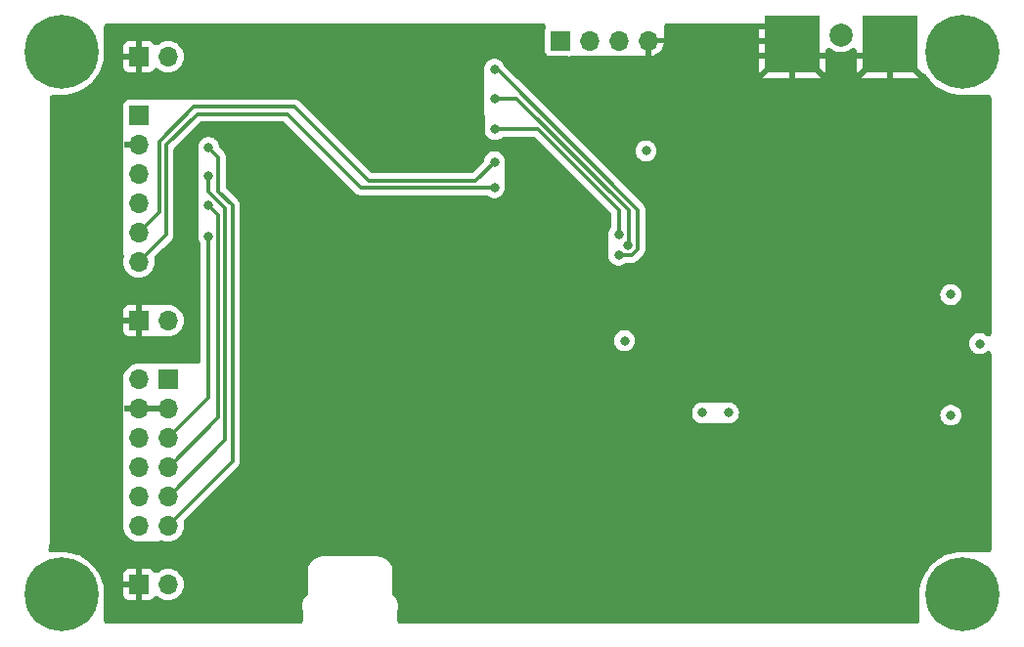
<source format=gbr>
%TF.GenerationSoftware,KiCad,Pcbnew,8.0.6*%
%TF.CreationDate,2024-10-28T10:58:12+07:00*%
%TF.ProjectId,PICO_ADC_Test,5049434f-5f41-4444-935f-546573742e6b,R0.1*%
%TF.SameCoordinates,PX72ade90PY75c75e0*%
%TF.FileFunction,Copper,L4,Bot*%
%TF.FilePolarity,Positive*%
%FSLAX46Y46*%
G04 Gerber Fmt 4.6, Leading zero omitted, Abs format (unit mm)*
G04 Created by KiCad (PCBNEW 8.0.6) date 2024-10-28 10:58:12*
%MOMM*%
%LPD*%
G01*
G04 APERTURE LIST*
%TA.AperFunction,ComponentPad*%
%ADD10C,2.000000*%
%TD*%
%TA.AperFunction,ComponentPad*%
%ADD11R,1.700000X1.700000*%
%TD*%
%TA.AperFunction,ComponentPad*%
%ADD12O,1.700000X1.700000*%
%TD*%
%TA.AperFunction,ComponentPad*%
%ADD13C,0.800000*%
%TD*%
%TA.AperFunction,ComponentPad*%
%ADD14C,6.400000*%
%TD*%
%TA.AperFunction,SMDPad,CuDef*%
%ADD15R,4.800000X4.900000*%
%TD*%
%TA.AperFunction,ViaPad*%
%ADD16C,0.800000*%
%TD*%
%TA.AperFunction,Conductor*%
%ADD17C,0.500000*%
%TD*%
%TA.AperFunction,Conductor*%
%ADD18C,0.300000*%
%TD*%
G04 APERTURE END LIST*
D10*
%TO.P,REF\u002A\u002A,1*%
%TO.N,Net-(U1-A)*%
X71000000Y52000000D03*
%TD*%
D11*
%TO.P,J4,1,1*%
%TO.N,+5V*%
X46700000Y51500000D03*
D12*
%TO.P,J4,2,2*%
%TO.N,SWCLK*%
X49240000Y51500000D03*
%TO.P,J4,3,3*%
%TO.N,SWDIO*%
X51780000Y51500000D03*
%TO.P,J4,4,4*%
%TO.N,GND*%
X54320000Y51500000D03*
%TD*%
D11*
%TO.P,J2,1,Pin_1*%
%TO.N,GND*%
X10210000Y27250000D03*
D12*
%TO.P,J2,2,Pin_2*%
%TO.N,+5V*%
X12750000Y27250000D03*
%TD*%
D13*
%TO.P,REF\u002A\u002A,1*%
%TO.N,N/C*%
X79100000Y3500000D03*
X79802944Y5197056D03*
X79802944Y1802944D03*
X81500000Y5900000D03*
D14*
X81500000Y3500000D03*
D13*
X81500000Y1100000D03*
X83197056Y5197056D03*
X83197056Y1802944D03*
X83900000Y3500000D03*
%TD*%
D11*
%TO.P,J3,1,Pin_1*%
%TO.N,+3.3V*%
X10210000Y45030000D03*
D12*
%TO.P,J3,2,Pin_2*%
%TO.N,GND*%
X10210000Y42490000D03*
%TO.P,J3,3,Pin_3*%
%TO.N,GPIO17*%
X10210000Y39950000D03*
%TO.P,J3,4,Pin_4*%
%TO.N,GPIO16*%
X10210000Y37410000D03*
%TO.P,J3,5,Pin_5*%
%TO.N,GPIO12*%
X10210000Y34870000D03*
%TO.P,J3,6,Pin_6*%
%TO.N,GPIO11*%
X10210000Y32330000D03*
%TD*%
D13*
%TO.P,REF\u002A\u002A,1*%
%TO.N,N/C*%
X1100000Y3500000D03*
X1802944Y5197056D03*
X1802944Y1802944D03*
X3500000Y5900000D03*
D14*
X3500000Y3500000D03*
D13*
X3500000Y1100000D03*
X5197056Y5197056D03*
X5197056Y1802944D03*
X5900000Y3500000D03*
%TD*%
D15*
%TO.P,J1,2,2*%
%TO.N,GND*%
X75250000Y51175000D03*
X66750000Y51175000D03*
%TD*%
D13*
%TO.P,REF\u002A\u002A,1*%
%TO.N,N/C*%
X1100000Y50500000D03*
X1802944Y52197056D03*
X1802944Y48802944D03*
X3500000Y52900000D03*
D14*
X3500000Y50500000D03*
D13*
X3500000Y48100000D03*
X5197056Y52197056D03*
X5197056Y48802944D03*
X5900000Y50500000D03*
%TD*%
D11*
%TO.P,J5,1,Pin_1*%
%TO.N,GND*%
X10210000Y50120000D03*
D12*
%TO.P,J5,2,Pin_2*%
%TO.N,+5V*%
X12750000Y50120000D03*
%TD*%
D11*
%TO.P,J7,1,Pin_1*%
%TO.N,GND*%
X10210000Y4390000D03*
D12*
%TO.P,J7,2,Pin_2*%
%TO.N,+5V*%
X12750000Y4390000D03*
%TD*%
D13*
%TO.P,REF\u002A\u002A,1*%
%TO.N,N/C*%
X79100000Y50500000D03*
X79802944Y52197056D03*
X79802944Y48802944D03*
X81500000Y52900000D03*
D14*
X81500000Y50500000D03*
D13*
X81500000Y48100000D03*
X83197056Y52197056D03*
X83197056Y48802944D03*
X83900000Y50500000D03*
%TD*%
D11*
%TO.P,J6,1,1*%
%TO.N,+3.3V*%
X12750000Y22170000D03*
D12*
%TO.P,J6,2,2*%
X10210000Y22170000D03*
%TO.P,J6,3,3*%
%TO.N,GND*%
X12750000Y19630000D03*
%TO.P,J6,4,4*%
X10210000Y19630000D03*
%TO.P,J6,5,5*%
%TO.N,GPIO21*%
X12750000Y17090000D03*
%TO.P,J6,6,6*%
%TO.N,GPIO28*%
X10210000Y17090000D03*
%TO.P,J6,7,7*%
%TO.N,GPIO20*%
X12750000Y14550000D03*
%TO.P,J6,8,8*%
%TO.N,GPIO27*%
X10210000Y14550000D03*
%TO.P,J6,9,9*%
%TO.N,GPIO19*%
X12750000Y12010000D03*
%TO.P,J6,10,10*%
%TO.N,GPIO26*%
X10210000Y12010000D03*
%TO.P,J6,11,11*%
%TO.N,GPIO18*%
X12750000Y9470000D03*
%TO.P,J6,12,12*%
%TO.N,GPIO22*%
X10210000Y9470000D03*
%TD*%
D16*
%TO.N,GND*%
X59500000Y13000000D03*
X3000000Y10690000D03*
X83500000Y38630000D03*
X63500000Y42250000D03*
X56500000Y32500000D03*
X73200000Y44650000D03*
X57250000Y16000000D03*
X83500000Y28470000D03*
X83500000Y41170000D03*
X21750000Y50000000D03*
X74500000Y26750000D03*
X52750000Y27500000D03*
X70040000Y1500000D03*
X59250000Y16000000D03*
X26000000Y28500000D03*
X3000000Y38630000D03*
X66000000Y7000000D03*
X30750000Y10500000D03*
X60250000Y52500000D03*
X78250000Y47950000D03*
X49500000Y17250000D03*
X73750000Y39750000D03*
X72580000Y1500000D03*
X30750000Y33500000D03*
X61250000Y17750000D03*
X45250000Y32250000D03*
X42750000Y34750000D03*
X63400000Y52500000D03*
X55750000Y3000000D03*
X66750000Y29750000D03*
X83500000Y31010000D03*
X3000000Y33550000D03*
X3000000Y23390000D03*
X63400000Y50750000D03*
X83500000Y43710000D03*
X21750000Y1500000D03*
X51250000Y9500000D03*
X76250000Y40250000D03*
X35250000Y46250000D03*
X83500000Y17500000D03*
X49500000Y1500000D03*
X73000000Y16750000D03*
X26250000Y20750000D03*
X52750000Y5750000D03*
X58150000Y6000000D03*
X69500000Y11750000D03*
X76500000Y46250000D03*
X21750000Y20750000D03*
X35000000Y1500000D03*
X43000000Y37250000D03*
X66000000Y9250000D03*
X3000000Y46250000D03*
X83500000Y33550000D03*
X30750000Y46250000D03*
X51250000Y15512500D03*
X78250000Y18750000D03*
X77250000Y1500000D03*
X67700000Y43700000D03*
X78000000Y7750000D03*
X56750000Y52500000D03*
X72250000Y45000000D03*
X30750000Y37500000D03*
X3000000Y31010000D03*
X63750000Y29750000D03*
X57250000Y7912500D03*
X54500000Y48500000D03*
X3000000Y13230000D03*
X58150000Y3750000D03*
X61500000Y11250000D03*
X81000000Y25250000D03*
X51000000Y3000000D03*
X3000000Y25930000D03*
X26000000Y23750000D03*
X50500000Y45250000D03*
X21750000Y38670000D03*
X3000000Y8150000D03*
X50250000Y5750000D03*
X71250000Y29750000D03*
X3000000Y20850000D03*
X75750000Y18750000D03*
X69400000Y44700000D03*
X75250000Y47150000D03*
X21750000Y47000000D03*
X68250000Y29750000D03*
X78400000Y46250000D03*
X75120000Y1500000D03*
X56500000Y34000000D03*
X21750000Y33590000D03*
X66000000Y2500000D03*
X55300000Y17700000D03*
X21750000Y23750000D03*
X83500000Y36090000D03*
X61500000Y13000000D03*
X57250000Y13000000D03*
X66250000Y42250000D03*
X77000000Y33500000D03*
X26250000Y10500000D03*
X48750000Y25250000D03*
X52750000Y30000000D03*
X30750000Y40750000D03*
X55500000Y5750000D03*
X69950000Y48100000D03*
X83500000Y46250000D03*
X30750000Y28500000D03*
X79700000Y42850000D03*
X35000000Y5510000D03*
X26000000Y40500000D03*
X76500000Y25000000D03*
X44950000Y37250000D03*
X51250000Y12512500D03*
X83500000Y14960000D03*
X3000000Y15770000D03*
X52750000Y1500000D03*
X63400000Y48750000D03*
X73500000Y47000000D03*
X3000000Y36090000D03*
X50500000Y25250000D03*
X79500000Y27250000D03*
X65500000Y11750000D03*
X35000000Y15670000D03*
X73000000Y18750000D03*
X21750000Y5510000D03*
X69750000Y29750000D03*
X60250000Y43250000D03*
X79700000Y44900000D03*
X47000000Y29850000D03*
X47000000Y18250000D03*
X35000000Y10590000D03*
X21750000Y10590000D03*
X54750000Y45250000D03*
X83500000Y7750000D03*
X83500000Y12420000D03*
X52750000Y8250000D03*
X80250000Y46500000D03*
X56500000Y42500000D03*
X30750000Y15750000D03*
X21750000Y43750000D03*
X83500000Y9880000D03*
X21750000Y15670000D03*
X59750000Y1500000D03*
X55750000Y1500000D03*
X80750000Y7750000D03*
X76250000Y41500000D03*
X35000000Y20750000D03*
X30750000Y20750000D03*
X71750000Y26750000D03*
X70500000Y46750000D03*
X47000000Y25250000D03*
X77750000Y42300000D03*
X56500000Y38500000D03*
X3000000Y28470000D03*
X72000000Y13750000D03*
X66000000Y4750000D03*
X63000000Y17750000D03*
X3000000Y18310000D03*
X52750000Y9500000D03*
X57250000Y17750000D03*
X77000000Y35500000D03*
X21750000Y28510000D03*
X3000000Y41170000D03*
X61250000Y16000000D03*
X67500000Y1500000D03*
X59250000Y17750000D03*
X72200000Y48100000D03*
X3000000Y43710000D03*
X26250000Y15750000D03*
X51250000Y8250000D03*
X65250000Y29750000D03*
X61500000Y28500000D03*
X28500000Y48550000D03*
X56500000Y35500000D03*
X35000000Y23750000D03*
X71250000Y45750000D03*
X26000000Y33500000D03*
X43750000Y39400000D03*
%TO.N,+3.3V*%
X54112500Y41937500D03*
X52250000Y25500000D03*
%TO.N,5VVGA*%
X59000000Y19250000D03*
X61250000Y19250000D03*
X80500000Y19050000D03*
%TO.N,+5V*%
X83000000Y25250000D03*
X80500000Y29500000D03*
%TO.N,GPIO21*%
X16250000Y34500000D03*
%TO.N,GPIO18*%
X16250000Y42250000D03*
%TO.N,GPIO19*%
X16250000Y39750000D03*
%TO.N,GPIO11*%
X41000000Y38750000D03*
%TO.N,GPIO12*%
X41000000Y41000000D03*
%TO.N,GPIO20*%
X16250000Y37250000D03*
%TO.N,CS*%
X41050000Y43800000D03*
X51750000Y34700000D03*
%TO.N,SCLK*%
X52550000Y33800000D03*
X41000000Y46500000D03*
%TO.N,MOSI*%
X51750000Y32900000D03*
X40995000Y49000000D03*
%TD*%
D17*
%TO.N,GND*%
X62712500Y51500000D02*
X66187500Y51500000D01*
X75250000Y50975000D02*
X75250000Y47150000D01*
X62712500Y52750000D02*
X66187500Y52750000D01*
X67562500Y50200000D02*
X71037500Y50200000D01*
X66750000Y51175000D02*
X66750000Y47700000D01*
X71412500Y50200000D02*
X74887500Y50200000D01*
X62562500Y50200000D02*
X66037500Y50200000D01*
D18*
%TO.N,GPIO21*%
X16200000Y20540000D02*
X12750000Y17090000D01*
X16200000Y34450000D02*
X16200000Y20540000D01*
X16250000Y34500000D02*
X16200000Y34450000D01*
%TO.N,GPIO18*%
X17100000Y38450610D02*
X17100000Y41400000D01*
X12750000Y9470000D02*
X12750000Y9500000D01*
X18300000Y37250610D02*
X17100000Y38450610D01*
X12750000Y9500000D02*
X18300000Y15050000D01*
X18300000Y15050000D02*
X18300000Y37250610D01*
X17100000Y41400000D02*
X16250000Y42250000D01*
%TO.N,GPIO19*%
X17700000Y16900000D02*
X12810000Y12010000D01*
X12810000Y12010000D02*
X12750000Y12010000D01*
X16250000Y38452082D02*
X17700000Y37002082D01*
X17700000Y37002082D02*
X17700000Y16900000D01*
X16250000Y39750000D02*
X16250000Y38452082D01*
%TO.N,GPIO11*%
X29450000Y38750000D02*
X23050000Y45150000D01*
X12550000Y42450000D02*
X12550000Y34670000D01*
X12550000Y34670000D02*
X10210000Y32330000D01*
X41000000Y38750000D02*
X29450000Y38750000D01*
X23050000Y45150000D02*
X15250000Y45150000D01*
X15250000Y45150000D02*
X12550000Y42450000D01*
%TO.N,GPIO12*%
X30100000Y39350000D02*
X39350000Y39350000D01*
X11950000Y42750000D02*
X14950000Y45750000D01*
X11950000Y36610000D02*
X11950000Y42750000D01*
X23700000Y45750000D02*
X30100000Y39350000D01*
X39350000Y39350000D02*
X41000000Y41000000D01*
X14950000Y45750000D02*
X23700000Y45750000D01*
X10210000Y34870000D02*
X11950000Y36610000D01*
%TO.N,GPIO20*%
X12800000Y14550000D02*
X17100000Y18850000D01*
X12750000Y14550000D02*
X12800000Y14550000D01*
X17100000Y36400000D02*
X16250000Y37250000D01*
X17100000Y18850000D02*
X17100000Y36400000D01*
%TO.N,CS*%
X51750000Y36800000D02*
X44750000Y43800000D01*
X44750000Y43800000D02*
X41050000Y43800000D01*
X51750000Y34700000D02*
X51750000Y36800000D01*
%TO.N,SCLK*%
X52600000Y33850000D02*
X52600000Y36800000D01*
X52600000Y36800000D02*
X42900000Y46500000D01*
X52550000Y33800000D02*
X52600000Y33850000D01*
X42900000Y46500000D02*
X41000000Y46500000D01*
%TO.N,MOSI*%
X53400000Y36850000D02*
X41250000Y49000000D01*
X51750000Y32900000D02*
X52852082Y32900000D01*
X41250000Y49000000D02*
X40995000Y49000000D01*
X52852082Y32900000D02*
X53400000Y33447918D01*
X53400000Y33447918D02*
X53400000Y36850000D01*
%TD*%
%TA.AperFunction,Conductor*%
%TO.N,GND*%
G36*
X9744075Y19822993D02*
G01*
X9710000Y19695826D01*
X9710000Y19564174D01*
X9744075Y19437007D01*
X9776988Y19380000D01*
X8935025Y19380000D01*
X8919950Y19880000D01*
X9776988Y19880000D01*
X9744075Y19822993D01*
G37*
%TD.AperFunction*%
%TA.AperFunction,Conductor*%
G36*
X12284075Y19822993D02*
G01*
X12250000Y19695826D01*
X12250000Y19564174D01*
X12284075Y19437007D01*
X12316988Y19380000D01*
X10643012Y19380000D01*
X10675925Y19437007D01*
X10710000Y19564174D01*
X10710000Y19695826D01*
X10675925Y19822993D01*
X10643012Y19880000D01*
X12316988Y19880000D01*
X12284075Y19822993D01*
G37*
%TD.AperFunction*%
%TA.AperFunction,Conductor*%
G36*
X9744075Y42682993D02*
G01*
X9710000Y42555826D01*
X9710000Y42424174D01*
X9744075Y42297007D01*
X9776988Y42240000D01*
X8921320Y42240000D01*
X8908629Y42740000D01*
X9776988Y42740000D01*
X9744075Y42682993D01*
G37*
%TD.AperFunction*%
%TA.AperFunction,Conductor*%
G36*
X45309231Y52981046D02*
G01*
X45390013Y52927070D01*
X45443989Y52846288D01*
X45462943Y52751000D01*
X45443989Y52655712D01*
X45413275Y52601776D01*
X45406204Y52592332D01*
X45355908Y52457482D01*
X45349500Y52397877D01*
X45349500Y50602135D01*
X45349500Y50602132D01*
X45349501Y50602128D01*
X45351243Y50585925D01*
X45355908Y50542520D01*
X45355909Y50542516D01*
X45371953Y50499500D01*
X45406204Y50407669D01*
X45492454Y50292454D01*
X45607669Y50206204D01*
X45742517Y50155909D01*
X45802127Y50149500D01*
X47397166Y50149501D01*
X47467558Y50135500D01*
X47589234Y50148575D01*
X47615840Y50150000D01*
X49164452Y50150000D01*
X49186152Y50149053D01*
X49205999Y50147316D01*
X49239997Y50144341D01*
X49240000Y50144341D01*
X49240003Y50144341D01*
X49274000Y50147316D01*
X49293847Y50149053D01*
X49315548Y50150000D01*
X51704452Y50150000D01*
X51726152Y50149053D01*
X51745999Y50147316D01*
X51779997Y50144341D01*
X51780000Y50144341D01*
X51780003Y50144341D01*
X51814000Y50147316D01*
X51833847Y50149053D01*
X51855548Y50150000D01*
X54049999Y50150000D01*
X54050000Y50150000D01*
X54050000Y50150001D01*
X54055728Y50155729D01*
X54070000Y50168246D01*
X54070000Y51066988D01*
X54127007Y51034075D01*
X54254174Y51000000D01*
X54385826Y51000000D01*
X54512993Y51034075D01*
X54570000Y51066988D01*
X54570000Y50169365D01*
X54783488Y50226569D01*
X54997576Y50326400D01*
X55191076Y50461890D01*
X55358110Y50628924D01*
X55493600Y50822424D01*
X55593433Y51036515D01*
X55593433Y51036517D01*
X55650636Y51249999D01*
X55650636Y51250000D01*
X54753012Y51250000D01*
X54785925Y51307007D01*
X54820000Y51434174D01*
X54820000Y51565826D01*
X54785925Y51692993D01*
X54753012Y51750000D01*
X55654629Y51750000D01*
X55650000Y51785156D01*
X55650000Y52751000D01*
X55668954Y52846288D01*
X55722930Y52927070D01*
X55803712Y52981046D01*
X55899000Y53000000D01*
X63601000Y53000000D01*
X63696288Y52981046D01*
X63777070Y52927070D01*
X63831046Y52846288D01*
X63850000Y52751000D01*
X63850000Y48677177D01*
X63854719Y48633275D01*
X66573929Y51352484D01*
X66654711Y51406460D01*
X66749999Y51425414D01*
X66845287Y51406460D01*
X66926069Y51352484D01*
X69645280Y48633274D01*
X69649999Y48677171D01*
X69650000Y48677173D01*
X69650000Y50639973D01*
X69668954Y50735261D01*
X69722930Y50816043D01*
X69803712Y50870019D01*
X69899000Y50888973D01*
X69994288Y50870019D01*
X70051940Y50836468D01*
X70176485Y50739530D01*
X70176487Y50739529D01*
X70176491Y50739526D01*
X70395190Y50621172D01*
X70450663Y50602128D01*
X70630378Y50540431D01*
X70630382Y50540431D01*
X70630386Y50540429D01*
X70875665Y50499500D01*
X71124335Y50499500D01*
X71369614Y50540429D01*
X71369618Y50540431D01*
X71369621Y50540431D01*
X71495556Y50583665D01*
X71604810Y50621172D01*
X71823509Y50739526D01*
X71948060Y50836468D01*
X72034898Y50880039D01*
X72131799Y50887061D01*
X72224011Y50856466D01*
X72297495Y50792913D01*
X72341066Y50706075D01*
X72350000Y50639973D01*
X72350000Y48677177D01*
X72354719Y48633275D01*
X75073929Y51352484D01*
X75154711Y51406460D01*
X75249999Y51425414D01*
X75345287Y51406460D01*
X75426069Y51352484D01*
X78156073Y48622481D01*
X78182378Y48626263D01*
X78276515Y48602236D01*
X78354292Y48544014D01*
X78377880Y48513235D01*
X78502124Y48321915D01*
X78682233Y48099500D01*
X78746219Y48020484D01*
X79020484Y47746219D01*
X79020489Y47746215D01*
X79020490Y47746214D01*
X79321914Y47502125D01*
X79428262Y47433062D01*
X79647211Y47290875D01*
X79992806Y47114786D01*
X80354913Y46975786D01*
X80729567Y46875398D01*
X81112662Y46814722D01*
X81500000Y46794422D01*
X81599926Y46799659D01*
X81612957Y46800000D01*
X83751000Y46800000D01*
X83846288Y46781046D01*
X83927070Y46727070D01*
X83981046Y46646288D01*
X84000000Y46551000D01*
X84000000Y26125227D01*
X83981046Y26029939D01*
X83927070Y25949157D01*
X83846288Y25895181D01*
X83751000Y25876227D01*
X83655712Y25895181D01*
X83604642Y25923781D01*
X83452727Y26034153D01*
X83279810Y26111142D01*
X83279796Y26111146D01*
X83094646Y26150500D01*
X82905354Y26150500D01*
X82720203Y26111146D01*
X82720189Y26111142D01*
X82547271Y26034153D01*
X82394126Y25922886D01*
X82267469Y25782220D01*
X82172822Y25618286D01*
X82114325Y25438256D01*
X82094540Y25250000D01*
X82114325Y25061745D01*
X82143573Y24971730D01*
X82172821Y24881716D01*
X82172822Y24881715D01*
X82267469Y24717781D01*
X82385152Y24587082D01*
X82394129Y24577112D01*
X82471178Y24521133D01*
X82547271Y24465848D01*
X82720189Y24388859D01*
X82720192Y24388858D01*
X82720197Y24388856D01*
X82905354Y24349500D01*
X83094645Y24349500D01*
X83094646Y24349500D01*
X83279803Y24388856D01*
X83452730Y24465849D01*
X83604643Y24576221D01*
X83692872Y24616894D01*
X83789952Y24620708D01*
X83881102Y24587082D01*
X83952445Y24521133D01*
X83993120Y24432902D01*
X84000000Y24374774D01*
X84000000Y7449000D01*
X83981046Y7353712D01*
X83927070Y7272930D01*
X83846288Y7218954D01*
X83751000Y7200000D01*
X81612957Y7200000D01*
X81599926Y7200341D01*
X81500000Y7205578D01*
X81112662Y7185278D01*
X81112656Y7185278D01*
X81112654Y7185277D01*
X80729571Y7124603D01*
X80354913Y7024214D01*
X79992804Y6885214D01*
X79647215Y6709128D01*
X79647210Y6709125D01*
X79321914Y6497876D01*
X79020490Y6253787D01*
X78746213Y5979510D01*
X78502124Y5678086D01*
X78290875Y5352790D01*
X78290872Y5352785D01*
X78114786Y5007196D01*
X78031451Y4790099D01*
X77975786Y4645087D01*
X77876548Y4274723D01*
X77875397Y4270429D01*
X77814723Y3887346D01*
X77814722Y3887338D01*
X77798325Y3574470D01*
X77794422Y3500000D01*
X77799659Y3400074D01*
X77800000Y3387043D01*
X77800000Y1249000D01*
X77781046Y1153712D01*
X77727070Y1072930D01*
X77646288Y1018954D01*
X77551000Y1000000D01*
X32849000Y1000000D01*
X32753712Y1018954D01*
X32672930Y1072930D01*
X32618954Y1153712D01*
X32600000Y1249000D01*
X32600000Y2193691D01*
X32607621Y2254822D01*
X32611132Y2268687D01*
X32611133Y2268692D01*
X32611134Y2268695D01*
X32630300Y2500000D01*
X32611134Y2731305D01*
X32554157Y2956300D01*
X32460924Y3168849D01*
X32421995Y3228433D01*
X32333981Y3363151D01*
X32215804Y3491526D01*
X32165212Y3574470D01*
X32150000Y3660169D01*
X32150000Y5237417D01*
X32158485Y5301865D01*
X32161207Y5312023D01*
X32180277Y5530000D01*
X32161207Y5747977D01*
X32104575Y5959330D01*
X32012102Y6157638D01*
X32012096Y6157646D01*
X31914213Y6297438D01*
X31886598Y6336877D01*
X31731877Y6491598D01*
X31682367Y6526265D01*
X31552639Y6617102D01*
X31354328Y6709576D01*
X31233173Y6742039D01*
X31142977Y6766207D01*
X31142973Y6766208D01*
X31142964Y6766209D01*
X31058814Y6773571D01*
X30968141Y6800000D01*
X30950000Y6800000D01*
X26100000Y6800000D01*
X25970886Y6800000D01*
X25945925Y6784056D01*
X25877108Y6767965D01*
X25857032Y6766209D01*
X25857024Y6766208D01*
X25857023Y6766207D01*
X25766827Y6742039D01*
X25645666Y6709574D01*
X25447368Y6617106D01*
X25447360Y6617102D01*
X25268124Y6491599D01*
X25113401Y6336876D01*
X24987898Y6157640D01*
X24987894Y6157632D01*
X24895426Y5959334D01*
X24895425Y5959330D01*
X24838793Y5747977D01*
X24832678Y5678084D01*
X24819723Y5530000D01*
X24838793Y5312022D01*
X24841515Y5301865D01*
X24850000Y5237417D01*
X24850000Y3660169D01*
X24831046Y3564881D01*
X24784196Y3491526D01*
X24666018Y3363151D01*
X24539074Y3168847D01*
X24445842Y2956298D01*
X24445841Y2956294D01*
X24388868Y2731316D01*
X24388866Y2731309D01*
X24369700Y2500000D01*
X24388866Y2268692D01*
X24388867Y2268687D01*
X24392379Y2254822D01*
X24400000Y2193691D01*
X24400000Y1249000D01*
X24381046Y1153712D01*
X24327070Y1072930D01*
X24246288Y1018954D01*
X24151000Y1000000D01*
X7449000Y1000000D01*
X7353712Y1018954D01*
X7272930Y1072930D01*
X7218954Y1153712D01*
X7200000Y1249000D01*
X7200000Y3387043D01*
X7200341Y3400074D01*
X7200966Y3412009D01*
X7205578Y3500000D01*
X7185278Y3887338D01*
X7124602Y4270433D01*
X7024214Y4645087D01*
X6885214Y5007194D01*
X6742222Y5287833D01*
X8860000Y5287833D01*
X8860000Y4640001D01*
X8860001Y4640000D01*
X9776988Y4640000D01*
X9744075Y4582993D01*
X9710000Y4455826D01*
X9710000Y4324174D01*
X9744075Y4197007D01*
X9776988Y4140000D01*
X8860001Y4140000D01*
X8860000Y4139999D01*
X8860000Y3492168D01*
X8866401Y3432629D01*
X8866403Y3432622D01*
X8916646Y3297913D01*
X9002810Y3182813D01*
X9002812Y3182811D01*
X9117912Y3096647D01*
X9252621Y3046404D01*
X9252628Y3046402D01*
X9312167Y3040001D01*
X9312175Y3040000D01*
X9959999Y3040000D01*
X9960000Y3040001D01*
X9960000Y3956988D01*
X10017007Y3924075D01*
X10144174Y3890000D01*
X10275826Y3890000D01*
X10402993Y3924075D01*
X10460000Y3956988D01*
X10460000Y3040001D01*
X10460001Y3040000D01*
X11107825Y3040000D01*
X11107832Y3040001D01*
X11167371Y3046402D01*
X11167378Y3046404D01*
X11302087Y3096647D01*
X11417187Y3182811D01*
X11417189Y3182813D01*
X11514026Y3312169D01*
X11517313Y3309709D01*
X11557897Y3358286D01*
X11643978Y3403333D01*
X11740745Y3412009D01*
X11833466Y3382993D01*
X11874223Y3355177D01*
X11878593Y3351511D01*
X11878599Y3351505D01*
X12072170Y3215965D01*
X12286337Y3116097D01*
X12514592Y3054937D01*
X12514595Y3054937D01*
X12514598Y3054936D01*
X12749995Y3034341D01*
X12750000Y3034341D01*
X12750005Y3034341D01*
X12985401Y3054936D01*
X12985403Y3054937D01*
X12985408Y3054937D01*
X13213663Y3116097D01*
X13427830Y3215965D01*
X13621401Y3351505D01*
X13788495Y3518599D01*
X13924035Y3712170D01*
X14023903Y3926337D01*
X14085063Y4154592D01*
X14085064Y4154599D01*
X14105659Y4389995D01*
X14105659Y4390006D01*
X14085064Y4625402D01*
X14085063Y4625405D01*
X14085063Y4625408D01*
X14023903Y4853663D01*
X13924035Y5067829D01*
X13788495Y5261401D01*
X13621401Y5428495D01*
X13565223Y5467831D01*
X13427830Y5564035D01*
X13356729Y5597190D01*
X13213663Y5663903D01*
X13213660Y5663904D01*
X12985401Y5725065D01*
X12750005Y5745659D01*
X12749995Y5745659D01*
X12514598Y5725065D01*
X12286335Y5663903D01*
X12286333Y5663902D01*
X12072177Y5564039D01*
X12072169Y5564035D01*
X11878592Y5428490D01*
X11874215Y5424817D01*
X11870208Y5422620D01*
X11869694Y5422259D01*
X11869654Y5422316D01*
X11789034Y5378091D01*
X11692456Y5367519D01*
X11599184Y5394710D01*
X11523417Y5455525D01*
X11514681Y5468322D01*
X11514026Y5467831D01*
X11417189Y5597188D01*
X11417187Y5597190D01*
X11302087Y5683354D01*
X11167378Y5733597D01*
X11167371Y5733599D01*
X11107832Y5740000D01*
X10460001Y5740000D01*
X10460000Y5739999D01*
X10460000Y4823012D01*
X10402993Y4855925D01*
X10275826Y4890000D01*
X10144174Y4890000D01*
X10017007Y4855925D01*
X9960000Y4823012D01*
X9960000Y5739999D01*
X9959999Y5740000D01*
X9312167Y5740000D01*
X9252628Y5733599D01*
X9252621Y5733597D01*
X9117912Y5683354D01*
X9002812Y5597190D01*
X9002810Y5597188D01*
X8916646Y5482088D01*
X8866403Y5347379D01*
X8866401Y5347372D01*
X8860000Y5287833D01*
X6742222Y5287833D01*
X6709125Y5352789D01*
X6571938Y5564039D01*
X6497875Y5678086D01*
X6253786Y5979510D01*
X6253785Y5979511D01*
X6253781Y5979516D01*
X5979516Y6253781D01*
X5972696Y6259304D01*
X5678085Y6497876D01*
X5352789Y6709125D01*
X5352784Y6709128D01*
X5007195Y6885214D01*
X4826140Y6954714D01*
X4645087Y7024214D01*
X4270433Y7124602D01*
X4270429Y7124603D01*
X4270428Y7124603D01*
X3887344Y7185277D01*
X3887345Y7185277D01*
X3887343Y7185278D01*
X3887338Y7185278D01*
X3500000Y7205578D01*
X3499999Y7205578D01*
X3400074Y7200341D01*
X3387043Y7200000D01*
X2621071Y7200000D01*
X2525783Y7218954D01*
X2445001Y7272930D01*
X2391025Y7353712D01*
X2372071Y7449000D01*
X2391025Y7544288D01*
X2459256Y7709014D01*
X2459257Y7709017D01*
X2497591Y7901738D01*
X2497593Y7901746D01*
X2500000Y8000000D01*
X2500000Y22339679D01*
X8850000Y22339679D01*
X8850000Y22200000D01*
X8850000Y19379999D01*
X8850000Y12203756D01*
X8864127Y12132734D01*
X8863180Y12111034D01*
X8854341Y12009997D01*
X8854341Y11999128D01*
X8852584Y11999128D01*
X8850000Y11975553D01*
X8850000Y9412599D01*
X8864573Y9353043D01*
X8874936Y9234599D01*
X8874937Y9234592D01*
X8936097Y9006337D01*
X9035965Y8792170D01*
X9171505Y8598599D01*
X9338599Y8431505D01*
X9532170Y8295965D01*
X9746337Y8196097D01*
X9974592Y8134937D01*
X9974595Y8134937D01*
X9974598Y8134936D01*
X10209995Y8114341D01*
X10210000Y8114341D01*
X10210005Y8114341D01*
X10445401Y8134936D01*
X10445402Y8134937D01*
X10445408Y8134937D01*
X10467449Y8140843D01*
X10469962Y8141516D01*
X10534405Y8150000D01*
X11950000Y8150000D01*
X11989560Y8181649D01*
X12075805Y8226373D01*
X12172604Y8234689D01*
X12250344Y8212881D01*
X12286334Y8196098D01*
X12286336Y8196098D01*
X12286337Y8196097D01*
X12514592Y8134937D01*
X12514595Y8134937D01*
X12514598Y8134936D01*
X12749995Y8114341D01*
X12750000Y8114341D01*
X12750005Y8114341D01*
X12985401Y8134936D01*
X12985403Y8134937D01*
X12985408Y8134937D01*
X13213663Y8196097D01*
X13427830Y8295965D01*
X13621401Y8431505D01*
X13788495Y8598599D01*
X13924035Y8792170D01*
X14023903Y9006337D01*
X14085063Y9234592D01*
X14085064Y9234599D01*
X14105659Y9469995D01*
X14105659Y9470006D01*
X14085064Y9705396D01*
X14085063Y9705408D01*
X14077953Y9731940D01*
X14071599Y9828884D01*
X14102828Y9920883D01*
X14142395Y9972451D01*
X18805276Y14635330D01*
X18876465Y14741873D01*
X18925501Y14860256D01*
X18950500Y14985931D01*
X18950500Y19250000D01*
X58094540Y19250000D01*
X58114325Y19061745D01*
X58143573Y18971730D01*
X58172821Y18881716D01*
X58267467Y18717784D01*
X58267469Y18717781D01*
X58394126Y18577115D01*
X58394129Y18577112D01*
X58495961Y18503127D01*
X58547271Y18465848D01*
X58720189Y18388859D01*
X58720192Y18388858D01*
X58720197Y18388856D01*
X58905354Y18349500D01*
X58918332Y18348136D01*
X58918164Y18346540D01*
X58998567Y18330546D01*
X59000233Y18329433D01*
X59071399Y18344559D01*
X59123168Y18350000D01*
X61137547Y18350000D01*
X61147083Y18349500D01*
X61155354Y18349500D01*
X61344645Y18349500D01*
X61344646Y18349500D01*
X61529803Y18388856D01*
X61562793Y18403544D01*
X61702728Y18465848D01*
X61702728Y18465849D01*
X61702730Y18465849D01*
X61855871Y18577112D01*
X61982533Y18717784D01*
X62077179Y18881716D01*
X62131858Y19050000D01*
X79594540Y19050000D01*
X79614325Y18861745D01*
X79634779Y18798797D01*
X79672821Y18681716D01*
X79767467Y18517784D01*
X79767469Y18517781D01*
X79885147Y18387087D01*
X79894129Y18377112D01*
X79991440Y18306412D01*
X80047271Y18265848D01*
X80220189Y18188859D01*
X80220192Y18188858D01*
X80220197Y18188856D01*
X80405354Y18149500D01*
X80594645Y18149500D01*
X80594646Y18149500D01*
X80779803Y18188856D01*
X80864395Y18226519D01*
X80952728Y18265848D01*
X80952728Y18265849D01*
X80952730Y18265849D01*
X81105871Y18377112D01*
X81232533Y18517784D01*
X81327179Y18681716D01*
X81385674Y18861744D01*
X81405460Y19050000D01*
X81385674Y19238256D01*
X81327179Y19418284D01*
X81232533Y19582216D01*
X81232531Y19582219D01*
X81232530Y19582220D01*
X81105873Y19722886D01*
X81105872Y19722887D01*
X81105871Y19722888D01*
X80968088Y19822993D01*
X80952728Y19834153D01*
X80779810Y19911142D01*
X80779796Y19911146D01*
X80594646Y19950500D01*
X80405354Y19950500D01*
X80220203Y19911146D01*
X80220189Y19911142D01*
X80047271Y19834153D01*
X79894126Y19722886D01*
X79767469Y19582220D01*
X79672822Y19418286D01*
X79614325Y19238256D01*
X79594540Y19050000D01*
X62131858Y19050000D01*
X62135674Y19061744D01*
X62155460Y19250000D01*
X62135674Y19438256D01*
X62077179Y19618284D01*
X61982533Y19782216D01*
X61982531Y19782219D01*
X61982530Y19782220D01*
X61855873Y19922886D01*
X61855872Y19922887D01*
X61855871Y19922888D01*
X61779300Y19978520D01*
X61702728Y20034153D01*
X61529810Y20111142D01*
X61529796Y20111146D01*
X61344646Y20150500D01*
X61155354Y20150500D01*
X61147083Y20150500D01*
X61137547Y20150000D01*
X59112453Y20150000D01*
X59102917Y20150500D01*
X59094646Y20150500D01*
X58905354Y20150500D01*
X58720203Y20111146D01*
X58720189Y20111142D01*
X58547271Y20034153D01*
X58394126Y19922886D01*
X58267469Y19782220D01*
X58172822Y19618286D01*
X58114325Y19438256D01*
X58094540Y19250000D01*
X18950500Y19250000D01*
X18950500Y25500000D01*
X51344540Y25500000D01*
X51364325Y25311745D01*
X51384388Y25250000D01*
X51422821Y25131716D01*
X51517467Y24967784D01*
X51517469Y24967781D01*
X51594963Y24881716D01*
X51644129Y24827112D01*
X51758984Y24743665D01*
X51797271Y24715848D01*
X51970189Y24638859D01*
X51970192Y24638858D01*
X51970197Y24638856D01*
X52155354Y24599500D01*
X52344645Y24599500D01*
X52344646Y24599500D01*
X52529803Y24638856D01*
X52702730Y24715849D01*
X52855871Y24827112D01*
X52982533Y24967784D01*
X53077179Y25131716D01*
X53135674Y25311744D01*
X53155460Y25500000D01*
X53135674Y25688256D01*
X53077179Y25868284D01*
X52982533Y26032216D01*
X52982531Y26032219D01*
X52982530Y26032220D01*
X52855873Y26172886D01*
X52855872Y26172887D01*
X52855871Y26172888D01*
X52779300Y26228520D01*
X52702728Y26284153D01*
X52529810Y26361142D01*
X52529796Y26361146D01*
X52344646Y26400500D01*
X52155354Y26400500D01*
X51970203Y26361146D01*
X51970189Y26361142D01*
X51797271Y26284153D01*
X51644126Y26172886D01*
X51517469Y26032220D01*
X51422822Y25868286D01*
X51364325Y25688256D01*
X51344540Y25500000D01*
X18950500Y25500000D01*
X18950500Y29500000D01*
X79594540Y29500000D01*
X79614325Y29311745D01*
X79643573Y29221730D01*
X79672821Y29131716D01*
X79672822Y29131715D01*
X79767469Y28967781D01*
X79894126Y28827115D01*
X79894129Y28827112D01*
X80008984Y28743665D01*
X80047271Y28715848D01*
X80220189Y28638859D01*
X80220192Y28638858D01*
X80220197Y28638856D01*
X80405354Y28599500D01*
X80594645Y28599500D01*
X80594646Y28599500D01*
X80779803Y28638856D01*
X80952730Y28715849D01*
X81105871Y28827112D01*
X81232533Y28967784D01*
X81327179Y29131716D01*
X81385674Y29311744D01*
X81405460Y29500000D01*
X81385674Y29688256D01*
X81327179Y29868284D01*
X81232533Y30032216D01*
X81232531Y30032219D01*
X81232530Y30032220D01*
X81105873Y30172886D01*
X81105872Y30172887D01*
X81105871Y30172888D01*
X81029300Y30228520D01*
X80952728Y30284153D01*
X80779810Y30361142D01*
X80779796Y30361146D01*
X80594646Y30400500D01*
X80405354Y30400500D01*
X80220203Y30361146D01*
X80220189Y30361142D01*
X80047271Y30284153D01*
X79894126Y30172886D01*
X79767469Y30032220D01*
X79672822Y29868286D01*
X79614325Y29688256D01*
X79594540Y29500000D01*
X18950500Y29500000D01*
X18950500Y37314679D01*
X18925501Y37440354D01*
X18876465Y37558737D01*
X18863641Y37577930D01*
X18805276Y37665280D01*
X18326601Y38143955D01*
X17823430Y38647127D01*
X17769454Y38727908D01*
X17750500Y38823196D01*
X17750500Y41464070D01*
X17750499Y41464072D01*
X17736943Y41532220D01*
X17725501Y41589744D01*
X17691062Y41672888D01*
X17676466Y41708126D01*
X17605277Y41814669D01*
X17216107Y42203839D01*
X17162131Y42284621D01*
X17144541Y42353884D01*
X17135674Y42438256D01*
X17079745Y42610386D01*
X17077179Y42618284D01*
X16982533Y42782216D01*
X16982531Y42782219D01*
X16982530Y42782220D01*
X16855873Y42922886D01*
X16855872Y42922887D01*
X16855871Y42922888D01*
X16763499Y42990000D01*
X16702728Y43034153D01*
X16529810Y43111142D01*
X16529796Y43111146D01*
X16344646Y43150500D01*
X16155354Y43150500D01*
X15970203Y43111146D01*
X15970189Y43111142D01*
X15797271Y43034153D01*
X15644126Y42922886D01*
X15517469Y42782220D01*
X15422822Y42618286D01*
X15422821Y42618284D01*
X15420255Y42610386D01*
X15364326Y42438257D01*
X15360463Y42401503D01*
X15336668Y42324875D01*
X15348636Y42211020D01*
X15350000Y42184991D01*
X15350000Y39815000D01*
X15348636Y39788974D01*
X15344540Y39750000D01*
X15348261Y39714592D01*
X15348636Y39711030D01*
X15350000Y39685002D01*
X15350000Y37315000D01*
X15348636Y37288974D01*
X15344540Y37250002D01*
X15344540Y37250001D01*
X15348636Y37211030D01*
X15350000Y37185002D01*
X15350000Y34565000D01*
X15348636Y34538974D01*
X15344540Y34500002D01*
X15344540Y34500001D01*
X15364325Y34311745D01*
X15382655Y34255332D01*
X15422821Y34131716D01*
X15422822Y34131714D01*
X15422823Y34131712D01*
X15422824Y34131710D01*
X15516140Y33970082D01*
X15547370Y33878083D01*
X15549500Y33845582D01*
X15549500Y23749000D01*
X15530546Y23653712D01*
X15476570Y23572930D01*
X15395788Y23518954D01*
X15300500Y23500000D01*
X13790187Y23500000D01*
X13723023Y23512118D01*
X13722643Y23510509D01*
X13707485Y23514091D01*
X13647873Y23520500D01*
X11852134Y23520500D01*
X11852130Y23520500D01*
X11852128Y23520499D01*
X11828283Y23517936D01*
X11792514Y23514091D01*
X11777363Y23510510D01*
X11776982Y23512119D01*
X11709815Y23500000D01*
X10495908Y23500000D01*
X10452673Y23503782D01*
X10445401Y23505065D01*
X10210005Y23525659D01*
X10209995Y23525659D01*
X9974598Y23505065D01*
X9746335Y23443903D01*
X9746333Y23443902D01*
X9532177Y23344039D01*
X9532169Y23344035D01*
X9338600Y23208496D01*
X9171504Y23041400D01*
X9035965Y22847831D01*
X9035961Y22847823D01*
X8936098Y22633667D01*
X8936097Y22633665D01*
X8874934Y22405396D01*
X8874414Y22402446D01*
X8873546Y22400216D01*
X8872124Y22394907D01*
X8871542Y22395063D01*
X8850000Y22339679D01*
X2500000Y22339679D01*
X2500000Y28147833D01*
X8860000Y28147833D01*
X8860000Y27500001D01*
X8860001Y27500000D01*
X9776988Y27500000D01*
X9744075Y27442993D01*
X9710000Y27315826D01*
X9710000Y27184174D01*
X9744075Y27057007D01*
X9776988Y27000000D01*
X8860001Y27000000D01*
X8860000Y26999999D01*
X8860000Y26352168D01*
X8866401Y26292629D01*
X8866403Y26292622D01*
X8916646Y26157913D01*
X9002810Y26042813D01*
X9002812Y26042811D01*
X9117912Y25956647D01*
X9252621Y25906404D01*
X9252628Y25906402D01*
X9312167Y25900001D01*
X9312175Y25900000D01*
X9959999Y25900000D01*
X9960000Y25900001D01*
X9960000Y26816988D01*
X10017007Y26784075D01*
X10144174Y26750000D01*
X10275826Y26750000D01*
X10402993Y26784075D01*
X10460000Y26816988D01*
X10460000Y25900001D01*
X10460001Y25900000D01*
X12674452Y25900000D01*
X12696152Y25899053D01*
X12715999Y25897316D01*
X12749997Y25894341D01*
X12750000Y25894341D01*
X12750005Y25894341D01*
X12985401Y25914936D01*
X12985403Y25914937D01*
X12985408Y25914937D01*
X13213663Y25976097D01*
X13427830Y26075965D01*
X13621401Y26211505D01*
X13788495Y26378599D01*
X13924035Y26572170D01*
X14023903Y26786337D01*
X14085063Y27014592D01*
X14105659Y27250000D01*
X14105659Y27250006D01*
X14085064Y27485402D01*
X14085063Y27485405D01*
X14085063Y27485408D01*
X14023903Y27713663D01*
X13924035Y27927829D01*
X13788495Y28121401D01*
X13621401Y28288495D01*
X13544862Y28342088D01*
X13427830Y28424035D01*
X13356729Y28457190D01*
X13213663Y28523903D01*
X13213660Y28523904D01*
X13171883Y28535098D01*
X12985408Y28585063D01*
X12985403Y28585064D01*
X12985401Y28585064D01*
X12861928Y28595867D01*
X12810244Y28610932D01*
X12696139Y28600948D01*
X12674436Y28600000D01*
X10460001Y28600000D01*
X10460000Y28599999D01*
X10460000Y27683012D01*
X10402993Y27715925D01*
X10275826Y27750000D01*
X10144174Y27750000D01*
X10017007Y27715925D01*
X9960000Y27683012D01*
X9960000Y28599999D01*
X9959999Y28600000D01*
X9312167Y28600000D01*
X9252628Y28593599D01*
X9252621Y28593597D01*
X9117912Y28543354D01*
X9002812Y28457190D01*
X9002810Y28457188D01*
X8916646Y28342088D01*
X8866403Y28207379D01*
X8866401Y28207372D01*
X8860000Y28147833D01*
X2500000Y28147833D01*
X2500000Y45248223D01*
X8850000Y45248223D01*
X8850000Y45050000D01*
X8850000Y35150000D01*
X8850000Y35093218D01*
X8865187Y35043250D01*
X8865452Y34997005D01*
X8854341Y34870006D01*
X8854341Y34869995D01*
X8865593Y34741383D01*
X8855017Y34644805D01*
X8850000Y34635661D01*
X8850000Y32986156D01*
X8863345Y32976603D01*
X8914692Y32894126D01*
X8930568Y32798277D01*
X8922213Y32741852D01*
X8874937Y32565408D01*
X8874935Y32565402D01*
X8854341Y32330006D01*
X8854341Y32330000D01*
X8874935Y32094599D01*
X8900416Y31999500D01*
X8936097Y31866337D01*
X9035965Y31652170D01*
X9171505Y31458599D01*
X9338599Y31291505D01*
X9532170Y31155965D01*
X9746337Y31056097D01*
X9974592Y30994937D01*
X9974595Y30994937D01*
X9974598Y30994936D01*
X10209995Y30974341D01*
X10210000Y30974341D01*
X10210005Y30974341D01*
X10445401Y30994936D01*
X10445403Y30994937D01*
X10445408Y30994937D01*
X10673663Y31056097D01*
X10887830Y31155965D01*
X11081401Y31291505D01*
X11248495Y31458599D01*
X11384035Y31652170D01*
X11483903Y31866337D01*
X11545063Y32094592D01*
X11554456Y32201946D01*
X11565659Y32330000D01*
X11565659Y32330006D01*
X11545064Y32565396D01*
X11545063Y32565408D01*
X11544292Y32568283D01*
X11544137Y32570654D01*
X11543175Y32576111D01*
X11543772Y32576217D01*
X11537939Y32665226D01*
X11569169Y32757225D01*
X11608740Y32808795D01*
X12303981Y33504035D01*
X13055277Y34255331D01*
X13126465Y34361873D01*
X13130689Y34372070D01*
X13175501Y34480256D01*
X13200500Y34605931D01*
X13200500Y42077414D01*
X13219454Y42172702D01*
X13273430Y42253484D01*
X15446516Y44426570D01*
X15527298Y44480546D01*
X15622586Y44499500D01*
X22677414Y44499500D01*
X22772702Y44480546D01*
X22853484Y44426570D01*
X29035331Y38244723D01*
X29121513Y38187139D01*
X29141873Y38173535D01*
X29260256Y38124499D01*
X29385929Y38099501D01*
X29385930Y38099500D01*
X29385931Y38099500D01*
X40282409Y38099500D01*
X40377697Y38080546D01*
X40428767Y38051946D01*
X40547270Y37965849D01*
X40547271Y37965849D01*
X40547272Y37965848D01*
X40720189Y37888859D01*
X40720192Y37888858D01*
X40720197Y37888856D01*
X40905354Y37849500D01*
X41094645Y37849500D01*
X41094646Y37849500D01*
X41279803Y37888856D01*
X41452730Y37965849D01*
X41605871Y38077112D01*
X41732533Y38217784D01*
X41827179Y38381716D01*
X41885674Y38561744D01*
X41905460Y38750000D01*
X41901364Y38788974D01*
X41900000Y38815000D01*
X41900000Y40935002D01*
X41901364Y40961029D01*
X41906824Y41012978D01*
X41906824Y41012984D01*
X41910930Y41052060D01*
X41904466Y41063496D01*
X41893336Y41115354D01*
X41891738Y41130554D01*
X41885674Y41188256D01*
X41827179Y41368284D01*
X41732533Y41532216D01*
X41732531Y41532219D01*
X41732530Y41532220D01*
X41605873Y41672886D01*
X41605872Y41672887D01*
X41605871Y41672888D01*
X41500774Y41749245D01*
X41452728Y41784153D01*
X41279810Y41861142D01*
X41279796Y41861146D01*
X41094646Y41900500D01*
X40905354Y41900500D01*
X40720203Y41861146D01*
X40720189Y41861142D01*
X40547271Y41784153D01*
X40394126Y41672886D01*
X40267469Y41532220D01*
X40172822Y41368286D01*
X40114326Y41188257D01*
X40105457Y41103879D01*
X40076646Y41011095D01*
X40033891Y40953840D01*
X39153484Y40073431D01*
X39072702Y40019454D01*
X38977414Y40000500D01*
X30472586Y40000500D01*
X30377298Y40019454D01*
X30296516Y40073430D01*
X24114669Y46255277D01*
X24008127Y46326466D01*
X23893148Y46374091D01*
X23889744Y46375501D01*
X23889742Y46375502D01*
X23889741Y46375502D01*
X23764071Y46400500D01*
X23764069Y46400500D01*
X14885931Y46400500D01*
X14885928Y46400500D01*
X14760257Y46375502D01*
X14744450Y46368954D01*
X14649162Y46350000D01*
X11276999Y46350000D01*
X11189984Y46365699D01*
X11167483Y46374092D01*
X11107873Y46380500D01*
X9312134Y46380500D01*
X9312130Y46380500D01*
X9312128Y46380499D01*
X9299314Y46379122D01*
X9252519Y46374092D01*
X9252515Y46374091D01*
X9117670Y46323797D01*
X9002455Y46237547D01*
X9002453Y46237545D01*
X8916204Y46122331D01*
X8865908Y45987482D01*
X8859500Y45927877D01*
X8859500Y45295982D01*
X8850000Y45248223D01*
X2500000Y45248223D01*
X2500000Y46250000D01*
X2499759Y46259829D01*
X2497593Y46348251D01*
X2497592Y46348262D01*
X2466927Y46502422D01*
X2466926Y46599576D01*
X2504106Y46689336D01*
X2572804Y46758035D01*
X2662564Y46795215D01*
X2711142Y46800000D01*
X3387043Y46800000D01*
X3400074Y46799659D01*
X3500000Y46794422D01*
X3887338Y46814722D01*
X4270433Y46875398D01*
X4645087Y46975786D01*
X5007194Y47114786D01*
X5352789Y47290875D01*
X5678084Y47502124D01*
X5979516Y47746219D01*
X6253781Y48020484D01*
X6497876Y48321916D01*
X6709125Y48647211D01*
X6885214Y48992806D01*
X7024214Y49354913D01*
X7124602Y49729567D01*
X7185278Y50112662D01*
X7205578Y50500000D01*
X7200341Y50599928D01*
X7200000Y50612959D01*
X7200000Y51017833D01*
X8860000Y51017833D01*
X8860000Y50370001D01*
X8860001Y50370000D01*
X9776988Y50370000D01*
X9744075Y50312993D01*
X9710000Y50185826D01*
X9710000Y50054174D01*
X9744075Y49927007D01*
X9776988Y49870000D01*
X8860001Y49870000D01*
X8860000Y49869999D01*
X8860000Y49222168D01*
X8866401Y49162629D01*
X8866403Y49162622D01*
X8916646Y49027913D01*
X9002810Y48912813D01*
X9002812Y48912811D01*
X9117912Y48826647D01*
X9252621Y48776404D01*
X9252628Y48776402D01*
X9312167Y48770001D01*
X9312175Y48770000D01*
X9959999Y48770000D01*
X9960000Y48770001D01*
X9960000Y49686988D01*
X10017007Y49654075D01*
X10144174Y49620000D01*
X10275826Y49620000D01*
X10402993Y49654075D01*
X10460000Y49686988D01*
X10460000Y48770001D01*
X10460001Y48770000D01*
X11107825Y48770000D01*
X11107832Y48770001D01*
X11167371Y48776402D01*
X11167378Y48776404D01*
X11302087Y48826647D01*
X11417187Y48912811D01*
X11417189Y48912813D01*
X11514026Y49042169D01*
X11517313Y49039709D01*
X11557897Y49088286D01*
X11643978Y49133333D01*
X11740745Y49142009D01*
X11833466Y49112993D01*
X11874223Y49085177D01*
X11878593Y49081511D01*
X11878599Y49081505D01*
X12072170Y48945965D01*
X12286337Y48846097D01*
X12514592Y48784937D01*
X12514595Y48784937D01*
X12514598Y48784936D01*
X12749995Y48764341D01*
X12750000Y48764341D01*
X12750005Y48764341D01*
X12985401Y48784936D01*
X12985403Y48784937D01*
X12985408Y48784937D01*
X13213663Y48846097D01*
X13427830Y48945965D01*
X13519110Y49009880D01*
X40088475Y49009880D01*
X40100323Y48897297D01*
X40101679Y48873609D01*
X40121881Y46752397D01*
X40116453Y46698265D01*
X40114326Y46688257D01*
X40094540Y46500000D01*
X40114325Y46311746D01*
X40114619Y46310843D01*
X40114957Y46308772D01*
X40117039Y46298977D01*
X40116572Y46298878D01*
X40126797Y46236262D01*
X40149410Y43861867D01*
X40148057Y43833473D01*
X40144540Y43800005D01*
X40144540Y43800000D01*
X40164325Y43611745D01*
X40181222Y43559743D01*
X40222821Y43431716D01*
X40222822Y43431715D01*
X40317469Y43267781D01*
X40430165Y43142620D01*
X40444129Y43127112D01*
X40515166Y43075501D01*
X40597271Y43015848D01*
X40770189Y42938859D01*
X40770192Y42938858D01*
X40770197Y42938856D01*
X40955354Y42899500D01*
X41144645Y42899500D01*
X41144646Y42899500D01*
X41329803Y42938856D01*
X41331798Y42939744D01*
X41374397Y42958712D01*
X41502730Y43015849D01*
X41621233Y43101946D01*
X41709464Y43142620D01*
X41767591Y43149500D01*
X44377414Y43149500D01*
X44472702Y43130546D01*
X44553484Y43076570D01*
X51026570Y36603484D01*
X51080546Y36522702D01*
X51099500Y36427414D01*
X51099500Y35418906D01*
X51080546Y35323618D01*
X51035545Y35252295D01*
X51017469Y35232220D01*
X50922822Y35068286D01*
X50864325Y34888256D01*
X50844540Y34700001D01*
X50848636Y34661029D01*
X50850000Y34635002D01*
X50850000Y32965000D01*
X50848636Y32938974D01*
X50844540Y32900002D01*
X50844540Y32900001D01*
X50864325Y32711745D01*
X50893573Y32621730D01*
X50922821Y32531716D01*
X51017467Y32367784D01*
X51017469Y32367781D01*
X51130165Y32242620D01*
X51144129Y32227112D01*
X51258984Y32143665D01*
X51297271Y32115848D01*
X51470189Y32038859D01*
X51470192Y32038858D01*
X51470197Y32038856D01*
X51655354Y31999500D01*
X51844645Y31999500D01*
X51844646Y31999500D01*
X52029803Y32038856D01*
X52202730Y32115849D01*
X52321233Y32201946D01*
X52409464Y32242620D01*
X52467591Y32249500D01*
X52916152Y32249500D01*
X52916152Y32249501D01*
X53041826Y32274499D01*
X53160209Y32323535D01*
X53169885Y32330000D01*
X53266751Y32394723D01*
X53905277Y33033249D01*
X53976465Y33139791D01*
X54025501Y33258174D01*
X54027512Y33268284D01*
X54050500Y33383849D01*
X54050500Y36914069D01*
X54025501Y37039744D01*
X53976465Y37158127D01*
X53976465Y37158128D01*
X53905276Y37264670D01*
X49232446Y41937500D01*
X53207040Y41937500D01*
X53226825Y41749245D01*
X53237048Y41717784D01*
X53285321Y41569216D01*
X53346026Y41464072D01*
X53379969Y41405281D01*
X53494287Y41278319D01*
X53506629Y41264612D01*
X53621484Y41181165D01*
X53659771Y41153348D01*
X53832689Y41076359D01*
X53832692Y41076358D01*
X53832697Y41076356D01*
X54017854Y41037000D01*
X54207145Y41037000D01*
X54207146Y41037000D01*
X54392303Y41076356D01*
X54499391Y41124035D01*
X54565228Y41153348D01*
X54565228Y41153349D01*
X54565230Y41153349D01*
X54718371Y41264612D01*
X54845033Y41405284D01*
X54939679Y41569216D01*
X54998174Y41749244D01*
X55017960Y41937500D01*
X54998174Y42125756D01*
X54939679Y42305784D01*
X54845033Y42469716D01*
X54845031Y42469719D01*
X54845030Y42469720D01*
X54718373Y42610386D01*
X54718372Y42610387D01*
X54718371Y42610388D01*
X54640355Y42667070D01*
X54565228Y42721653D01*
X54392310Y42798642D01*
X54392296Y42798646D01*
X54207146Y42838000D01*
X54017854Y42838000D01*
X53832703Y42798646D01*
X53832689Y42798642D01*
X53659771Y42721653D01*
X53506626Y42610386D01*
X53379969Y42469720D01*
X53285322Y42305786D01*
X53226825Y42125756D01*
X53207040Y41937500D01*
X49232446Y41937500D01*
X42916086Y48253860D01*
X64182412Y48253860D01*
X64242617Y48231405D01*
X64242628Y48231402D01*
X64302167Y48225001D01*
X64302175Y48225000D01*
X69197825Y48225000D01*
X69197832Y48225001D01*
X69257376Y48231403D01*
X69257377Y48231403D01*
X69317586Y48253860D01*
X72682412Y48253860D01*
X72742617Y48231405D01*
X72742628Y48231402D01*
X72802167Y48225001D01*
X72802175Y48225000D01*
X77697825Y48225000D01*
X77697832Y48225001D01*
X77757376Y48231403D01*
X77757377Y48231403D01*
X77817586Y48253860D01*
X75249999Y50821447D01*
X72682412Y48253860D01*
X69317586Y48253860D01*
X66749999Y50821447D01*
X64182412Y48253860D01*
X42916086Y48253860D01*
X41871276Y49298670D01*
X41830490Y49358016D01*
X41828703Y49356983D01*
X41822179Y49368282D01*
X41822179Y49368284D01*
X41727533Y49532216D01*
X41727531Y49532219D01*
X41727530Y49532220D01*
X41600873Y49672886D01*
X41600872Y49672887D01*
X41600871Y49672888D01*
X41522852Y49729572D01*
X41447728Y49784153D01*
X41274810Y49861142D01*
X41274796Y49861146D01*
X41089646Y49900500D01*
X40900354Y49900500D01*
X40715203Y49861146D01*
X40715189Y49861142D01*
X40542271Y49784153D01*
X40389126Y49672886D01*
X40262469Y49532220D01*
X40262467Y49532216D01*
X40167821Y49368284D01*
X40157946Y49337892D01*
X40109325Y49188256D01*
X40091654Y49020116D01*
X40088475Y49009880D01*
X13519110Y49009880D01*
X13621401Y49081505D01*
X13788495Y49248599D01*
X13924035Y49442170D01*
X14023903Y49656337D01*
X14085063Y49884592D01*
X14099900Y50054174D01*
X14105659Y50119995D01*
X14105659Y50120006D01*
X14085064Y50355402D01*
X14085063Y50355405D01*
X14085063Y50355408D01*
X14023903Y50583663D01*
X13951222Y50739526D01*
X13924038Y50797823D01*
X13924034Y50797831D01*
X13861360Y50887338D01*
X13788495Y50991401D01*
X13621401Y51158495D01*
X13565223Y51197831D01*
X13427830Y51294035D01*
X13427821Y51294039D01*
X13213663Y51393903D01*
X13213660Y51393904D01*
X12985401Y51455065D01*
X12750005Y51475659D01*
X12749995Y51475659D01*
X12514598Y51455065D01*
X12286335Y51393903D01*
X12286333Y51393902D01*
X12072177Y51294039D01*
X12072169Y51294035D01*
X11878592Y51158490D01*
X11874215Y51154817D01*
X11870208Y51152620D01*
X11869694Y51152259D01*
X11869654Y51152316D01*
X11789034Y51108091D01*
X11692456Y51097519D01*
X11599184Y51124710D01*
X11523417Y51185525D01*
X11514681Y51198322D01*
X11514026Y51197831D01*
X11417189Y51327188D01*
X11417187Y51327190D01*
X11302087Y51413354D01*
X11167378Y51463597D01*
X11167371Y51463599D01*
X11107832Y51470000D01*
X10460001Y51470000D01*
X10460000Y51469999D01*
X10460000Y50553012D01*
X10402993Y50585925D01*
X10275826Y50620000D01*
X10144174Y50620000D01*
X10017007Y50585925D01*
X9960000Y50553012D01*
X9960000Y51469999D01*
X9959999Y51470000D01*
X9312167Y51470000D01*
X9252628Y51463599D01*
X9252621Y51463597D01*
X9117912Y51413354D01*
X9002812Y51327190D01*
X9002810Y51327188D01*
X8916646Y51212088D01*
X8866403Y51077379D01*
X8866401Y51077372D01*
X8860000Y51017833D01*
X7200000Y51017833D01*
X7200000Y52751000D01*
X7218954Y52846288D01*
X7272930Y52927070D01*
X7353712Y52981046D01*
X7449000Y53000000D01*
X45213943Y53000000D01*
X45309231Y52981046D01*
G37*
%TD.AperFunction*%
%TD*%
M02*

</source>
